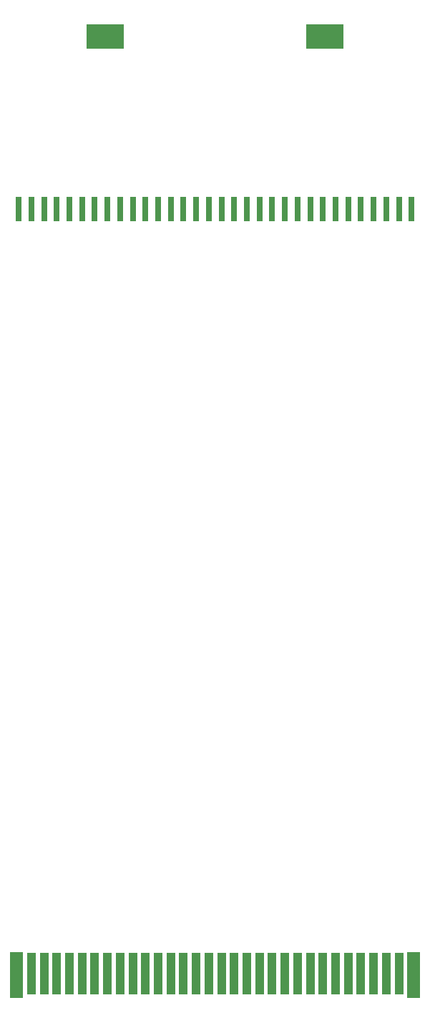
<source format=gbr>
G04 #@! TF.GenerationSoftware,KiCad,Pcbnew,(5.1.5)-3*
G04 #@! TF.CreationDate,2022-01-30T10:55:24+01:00*
G04 #@! TF.ProjectId,pcb,7063622e-6b69-4636-9164-5f7063625858,rev?*
G04 #@! TF.SameCoordinates,Original*
G04 #@! TF.FileFunction,Paste,Bot*
G04 #@! TF.FilePolarity,Positive*
%FSLAX46Y46*%
G04 Gerber Fmt 4.6, Leading zero omitted, Abs format (unit mm)*
G04 Created by KiCad (PCBNEW (5.1.5)-3) date 2022-01-30 10:55:24*
%MOMM*%
%LPD*%
G04 APERTURE LIST*
%ADD10R,4.500000X3.000000*%
%ADD11R,0.800000X3.000000*%
%ADD12R,1.500000X5.500000*%
%ADD13R,1.000000X5.000000*%
G04 APERTURE END LIST*
D10*
X49500000Y-62225000D03*
X75500000Y-62225000D03*
D11*
X46750000Y-82600000D03*
X42250000Y-82600000D03*
X43750000Y-82600000D03*
X45250000Y-82600000D03*
X48250000Y-82600000D03*
X39250000Y-82600000D03*
X40750000Y-82600000D03*
X51250000Y-82600000D03*
X49750000Y-82600000D03*
X54250000Y-82600000D03*
X55750000Y-82600000D03*
X52750000Y-82600000D03*
X61750000Y-82600000D03*
X57250000Y-82600000D03*
X58750000Y-82600000D03*
X60250000Y-82600000D03*
X63250000Y-82600000D03*
X66250000Y-82600000D03*
X64750000Y-82600000D03*
X69250000Y-82600000D03*
X70750000Y-82600000D03*
X67750000Y-82600000D03*
X73750000Y-82600000D03*
X72250000Y-82600000D03*
X76750000Y-82600000D03*
X78250000Y-82600000D03*
X75250000Y-82600000D03*
X81250000Y-82600000D03*
X79750000Y-82600000D03*
X82750000Y-82600000D03*
X84250000Y-82600000D03*
X85750000Y-82600000D03*
D12*
X86000000Y-173250000D03*
D13*
X84250000Y-173000000D03*
X82750000Y-173000000D03*
X79750000Y-173000000D03*
X81250000Y-173000000D03*
X75250000Y-173000000D03*
X73750000Y-173000000D03*
X76750000Y-173000000D03*
X78250000Y-173000000D03*
X63250000Y-173000000D03*
X69250000Y-173000000D03*
X67750000Y-173000000D03*
X64750000Y-173000000D03*
X70750000Y-173000000D03*
X66250000Y-173000000D03*
X61750000Y-173000000D03*
X72250000Y-173000000D03*
X51250000Y-173000000D03*
X52750000Y-173000000D03*
X57250000Y-173000000D03*
X48250000Y-173000000D03*
X49750000Y-173000000D03*
X54250000Y-173000000D03*
X60250000Y-173000000D03*
X58750000Y-173000000D03*
X55750000Y-173000000D03*
X45250000Y-173000000D03*
X43750000Y-173000000D03*
X46750000Y-173000000D03*
X42250000Y-173000000D03*
X40750000Y-173000000D03*
D12*
X39000000Y-173250000D03*
M02*

</source>
